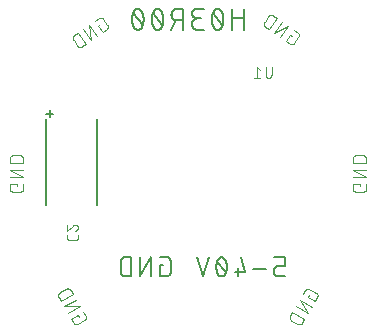
<source format=gbr>
G04 EAGLE Gerber RS-274X export*
G75*
%MOMM*%
%FSLAX34Y34*%
%LPD*%
%INSilkscreen Bottom*%
%IPPOS*%
%AMOC8*
5,1,8,0,0,1.08239X$1,22.5*%
G01*
%ADD10C,0.101600*%
%ADD11C,0.152400*%
%ADD12C,0.200000*%
%ADD13C,0.076200*%


D10*
X434446Y462373D02*
X432851Y463490D01*
X429128Y458173D01*
X432318Y455939D01*
X432401Y455884D01*
X432485Y455832D01*
X432572Y455783D01*
X432660Y455737D01*
X432750Y455695D01*
X432842Y455656D01*
X432935Y455621D01*
X433029Y455589D01*
X433124Y455561D01*
X433221Y455537D01*
X433318Y455516D01*
X433416Y455500D01*
X433515Y455486D01*
X433614Y455477D01*
X433713Y455472D01*
X433813Y455470D01*
X433912Y455472D01*
X434011Y455478D01*
X434110Y455488D01*
X434209Y455501D01*
X434307Y455519D01*
X434404Y455540D01*
X434500Y455564D01*
X434596Y455593D01*
X434690Y455625D01*
X434783Y455660D01*
X434874Y455699D01*
X434964Y455742D01*
X435052Y455788D01*
X435138Y455837D01*
X435223Y455890D01*
X435305Y455946D01*
X435385Y456005D01*
X435463Y456067D01*
X435538Y456132D01*
X435611Y456199D01*
X435681Y456270D01*
X435749Y456343D01*
X435813Y456419D01*
X435875Y456497D01*
X435934Y456577D01*
X439657Y461894D01*
X439712Y461977D01*
X439764Y462061D01*
X439813Y462148D01*
X439859Y462236D01*
X439901Y462326D01*
X439940Y462418D01*
X439975Y462511D01*
X440007Y462605D01*
X440035Y462700D01*
X440059Y462797D01*
X440080Y462894D01*
X440096Y462992D01*
X440110Y463091D01*
X440119Y463190D01*
X440124Y463289D01*
X440126Y463389D01*
X440124Y463488D01*
X440118Y463587D01*
X440108Y463686D01*
X440095Y463785D01*
X440077Y463883D01*
X440056Y463980D01*
X440032Y464076D01*
X440003Y464172D01*
X439971Y464266D01*
X439936Y464359D01*
X439897Y464450D01*
X439854Y464540D01*
X439808Y464628D01*
X439759Y464714D01*
X439706Y464799D01*
X439650Y464881D01*
X439591Y464961D01*
X439529Y465039D01*
X439464Y465114D01*
X439397Y465187D01*
X439326Y465257D01*
X439253Y465325D01*
X439177Y465389D01*
X439099Y465451D01*
X439019Y465510D01*
X439020Y465510D02*
X435829Y467744D01*
X431160Y471014D02*
X424458Y461443D01*
X419141Y465166D02*
X431160Y471014D01*
X425842Y474737D02*
X419141Y465166D01*
X414471Y468436D02*
X421172Y478007D01*
X418514Y479868D01*
X418514Y479869D02*
X418420Y479932D01*
X418324Y479992D01*
X418226Y480049D01*
X418126Y480102D01*
X418024Y480152D01*
X417920Y480198D01*
X417815Y480240D01*
X417709Y480279D01*
X417601Y480314D01*
X417492Y480345D01*
X417382Y480373D01*
X417271Y480396D01*
X417160Y480416D01*
X417048Y480432D01*
X416935Y480444D01*
X416822Y480452D01*
X416709Y480456D01*
X416595Y480456D01*
X416482Y480452D01*
X416369Y480444D01*
X416256Y480432D01*
X416144Y480416D01*
X416033Y480396D01*
X415922Y480373D01*
X415812Y480345D01*
X415703Y480314D01*
X415595Y480279D01*
X415489Y480240D01*
X415384Y480198D01*
X415280Y480152D01*
X415178Y480102D01*
X415078Y480049D01*
X414980Y479992D01*
X414884Y479932D01*
X414790Y479869D01*
X414699Y479802D01*
X414609Y479733D01*
X414522Y479660D01*
X414438Y479584D01*
X414357Y479505D01*
X414278Y479424D01*
X414202Y479340D01*
X414129Y479253D01*
X414060Y479164D01*
X413993Y479072D01*
X413994Y479071D02*
X411015Y474818D01*
X410952Y474724D01*
X410892Y474628D01*
X410835Y474530D01*
X410782Y474430D01*
X410732Y474328D01*
X410686Y474224D01*
X410644Y474119D01*
X410605Y474013D01*
X410570Y473905D01*
X410539Y473796D01*
X410511Y473686D01*
X410488Y473575D01*
X410468Y473464D01*
X410452Y473352D01*
X410440Y473239D01*
X410432Y473126D01*
X410428Y473013D01*
X410428Y472899D01*
X410432Y472786D01*
X410440Y472673D01*
X410452Y472560D01*
X410468Y472448D01*
X410488Y472337D01*
X410511Y472226D01*
X410539Y472116D01*
X410570Y472007D01*
X410605Y471899D01*
X410644Y471793D01*
X410686Y471688D01*
X410732Y471584D01*
X410782Y471482D01*
X410835Y471382D01*
X410892Y471284D01*
X410952Y471188D01*
X411015Y471094D01*
X411082Y471002D01*
X411151Y470913D01*
X411224Y470826D01*
X411300Y470742D01*
X411379Y470661D01*
X411460Y470582D01*
X411544Y470506D01*
X411631Y470433D01*
X411721Y470364D01*
X411812Y470297D01*
X414471Y468436D01*
X492049Y337254D02*
X492049Y335306D01*
X492049Y337254D02*
X485558Y337254D01*
X485558Y333359D01*
X485560Y333260D01*
X485566Y333160D01*
X485575Y333061D01*
X485588Y332963D01*
X485605Y332865D01*
X485626Y332767D01*
X485651Y332671D01*
X485679Y332576D01*
X485711Y332482D01*
X485746Y332389D01*
X485785Y332297D01*
X485828Y332207D01*
X485873Y332119D01*
X485923Y332032D01*
X485975Y331948D01*
X486031Y331865D01*
X486089Y331785D01*
X486151Y331707D01*
X486216Y331632D01*
X486284Y331559D01*
X486354Y331489D01*
X486427Y331421D01*
X486502Y331356D01*
X486580Y331294D01*
X486660Y331236D01*
X486743Y331180D01*
X486827Y331128D01*
X486914Y331078D01*
X487002Y331033D01*
X487092Y330990D01*
X487184Y330951D01*
X487277Y330916D01*
X487371Y330884D01*
X487466Y330856D01*
X487562Y330831D01*
X487660Y330810D01*
X487758Y330793D01*
X487856Y330780D01*
X487955Y330771D01*
X488055Y330765D01*
X488154Y330763D01*
X494646Y330763D01*
X494745Y330765D01*
X494845Y330771D01*
X494944Y330780D01*
X495042Y330793D01*
X495140Y330810D01*
X495238Y330831D01*
X495334Y330856D01*
X495429Y330884D01*
X495523Y330916D01*
X495616Y330951D01*
X495708Y330990D01*
X495798Y331033D01*
X495886Y331078D01*
X495973Y331128D01*
X496057Y331180D01*
X496140Y331236D01*
X496220Y331294D01*
X496298Y331356D01*
X496373Y331421D01*
X496446Y331489D01*
X496516Y331559D01*
X496584Y331632D01*
X496649Y331707D01*
X496711Y331785D01*
X496769Y331865D01*
X496825Y331948D01*
X496877Y332032D01*
X496927Y332119D01*
X496972Y332207D01*
X497015Y332297D01*
X497054Y332389D01*
X497089Y332481D01*
X497121Y332576D01*
X497149Y332671D01*
X497174Y332767D01*
X497195Y332865D01*
X497212Y332963D01*
X497225Y333061D01*
X497234Y333160D01*
X497240Y333260D01*
X497242Y333359D01*
X497242Y337254D01*
X497242Y342954D02*
X485558Y342954D01*
X485558Y349446D02*
X497242Y342954D01*
X497242Y349446D02*
X485558Y349446D01*
X485558Y355146D02*
X497242Y355146D01*
X497242Y358392D01*
X497240Y358505D01*
X497234Y358618D01*
X497224Y358731D01*
X497210Y358844D01*
X497193Y358956D01*
X497171Y359067D01*
X497146Y359177D01*
X497116Y359287D01*
X497083Y359395D01*
X497046Y359502D01*
X497006Y359608D01*
X496961Y359712D01*
X496913Y359815D01*
X496862Y359916D01*
X496807Y360015D01*
X496749Y360112D01*
X496687Y360207D01*
X496622Y360300D01*
X496554Y360390D01*
X496483Y360478D01*
X496408Y360564D01*
X496331Y360647D01*
X496251Y360727D01*
X496168Y360804D01*
X496082Y360879D01*
X495994Y360950D01*
X495904Y361018D01*
X495811Y361083D01*
X495716Y361145D01*
X495619Y361203D01*
X495520Y361258D01*
X495419Y361309D01*
X495316Y361357D01*
X495212Y361402D01*
X495106Y361442D01*
X494999Y361479D01*
X494891Y361512D01*
X494781Y361542D01*
X494671Y361567D01*
X494560Y361589D01*
X494448Y361606D01*
X494335Y361620D01*
X494222Y361630D01*
X494109Y361636D01*
X493996Y361638D01*
X488804Y361638D01*
X488691Y361636D01*
X488578Y361630D01*
X488465Y361620D01*
X488352Y361606D01*
X488240Y361589D01*
X488129Y361567D01*
X488019Y361542D01*
X487909Y361512D01*
X487801Y361479D01*
X487694Y361442D01*
X487588Y361402D01*
X487484Y361357D01*
X487381Y361309D01*
X487280Y361258D01*
X487181Y361203D01*
X487084Y361145D01*
X486989Y361083D01*
X486896Y361018D01*
X486806Y360950D01*
X486718Y360879D01*
X486632Y360804D01*
X486549Y360727D01*
X486469Y360647D01*
X486392Y360564D01*
X486317Y360478D01*
X486246Y360390D01*
X486178Y360300D01*
X486113Y360207D01*
X486051Y360112D01*
X485993Y360015D01*
X485938Y359916D01*
X485887Y359815D01*
X485839Y359712D01*
X485794Y359608D01*
X485754Y359502D01*
X485717Y359395D01*
X485684Y359287D01*
X485654Y359177D01*
X485629Y359067D01*
X485607Y358956D01*
X485590Y358844D01*
X485576Y358731D01*
X485566Y358618D01*
X485560Y358505D01*
X485558Y358392D01*
X485558Y355146D01*
X449059Y243200D02*
X448086Y241514D01*
X453707Y238268D01*
X455655Y241641D01*
X455654Y241641D02*
X455702Y241728D01*
X455747Y241817D01*
X455788Y241907D01*
X455826Y241999D01*
X455860Y242093D01*
X455891Y242187D01*
X455918Y242283D01*
X455941Y242380D01*
X455961Y242477D01*
X455976Y242576D01*
X455988Y242674D01*
X455997Y242773D01*
X456001Y242873D01*
X456002Y242972D01*
X455999Y243072D01*
X455992Y243171D01*
X455981Y243270D01*
X455966Y243368D01*
X455948Y243466D01*
X455926Y243563D01*
X455900Y243659D01*
X455871Y243754D01*
X455838Y243848D01*
X455801Y243940D01*
X455761Y244031D01*
X455718Y244120D01*
X455671Y244208D01*
X455620Y244294D01*
X455567Y244378D01*
X455510Y244459D01*
X455450Y244539D01*
X455388Y244616D01*
X455322Y244691D01*
X455253Y244763D01*
X455182Y244832D01*
X455108Y244899D01*
X455032Y244963D01*
X454953Y245023D01*
X454872Y245081D01*
X454789Y245136D01*
X454704Y245187D01*
X454704Y245188D02*
X449083Y248433D01*
X449082Y248433D02*
X448995Y248481D01*
X448906Y248526D01*
X448816Y248567D01*
X448724Y248605D01*
X448630Y248639D01*
X448536Y248670D01*
X448440Y248697D01*
X448343Y248720D01*
X448246Y248740D01*
X448147Y248755D01*
X448049Y248767D01*
X447950Y248776D01*
X447850Y248780D01*
X447751Y248781D01*
X447651Y248778D01*
X447552Y248771D01*
X447453Y248760D01*
X447355Y248745D01*
X447257Y248727D01*
X447160Y248705D01*
X447064Y248679D01*
X446969Y248650D01*
X446875Y248617D01*
X446783Y248580D01*
X446692Y248540D01*
X446603Y248497D01*
X446515Y248450D01*
X446429Y248399D01*
X446345Y248346D01*
X446264Y248289D01*
X446184Y248229D01*
X446107Y248167D01*
X446032Y248101D01*
X445960Y248032D01*
X445891Y247961D01*
X445824Y247887D01*
X445760Y247811D01*
X445700Y247732D01*
X445642Y247651D01*
X445587Y247568D01*
X445536Y247483D01*
X443589Y244110D01*
X440738Y239173D02*
X450857Y233331D01*
X447611Y227709D02*
X440738Y239173D01*
X437493Y233551D02*
X447611Y227709D01*
X444761Y222772D02*
X434642Y228614D01*
X433019Y225804D01*
X432964Y225705D01*
X432913Y225604D01*
X432865Y225501D01*
X432820Y225397D01*
X432780Y225291D01*
X432743Y225184D01*
X432710Y225076D01*
X432680Y224966D01*
X432655Y224856D01*
X432633Y224745D01*
X432616Y224633D01*
X432602Y224520D01*
X432592Y224407D01*
X432586Y224294D01*
X432584Y224181D01*
X432586Y224068D01*
X432592Y223955D01*
X432602Y223842D01*
X432616Y223729D01*
X432633Y223617D01*
X432655Y223506D01*
X432680Y223396D01*
X432710Y223286D01*
X432743Y223178D01*
X432780Y223071D01*
X432820Y222965D01*
X432865Y222861D01*
X432913Y222758D01*
X432964Y222657D01*
X433019Y222558D01*
X433077Y222461D01*
X433139Y222366D01*
X433204Y222273D01*
X433272Y222183D01*
X433343Y222095D01*
X433418Y222009D01*
X433495Y221926D01*
X433575Y221846D01*
X433658Y221769D01*
X433744Y221694D01*
X433832Y221623D01*
X433922Y221555D01*
X434015Y221490D01*
X434110Y221428D01*
X434207Y221370D01*
X438705Y218774D01*
X438704Y218773D02*
X438803Y218718D01*
X438904Y218667D01*
X439007Y218619D01*
X439111Y218574D01*
X439217Y218534D01*
X439324Y218497D01*
X439432Y218464D01*
X439542Y218434D01*
X439652Y218409D01*
X439763Y218387D01*
X439875Y218370D01*
X439988Y218356D01*
X440101Y218346D01*
X440214Y218340D01*
X440327Y218338D01*
X440440Y218340D01*
X440553Y218346D01*
X440666Y218356D01*
X440779Y218370D01*
X440891Y218387D01*
X441002Y218409D01*
X441112Y218434D01*
X441222Y218464D01*
X441330Y218497D01*
X441437Y218534D01*
X441543Y218574D01*
X441647Y218619D01*
X441750Y218667D01*
X441851Y218718D01*
X441950Y218773D01*
X442047Y218831D01*
X442142Y218893D01*
X442235Y218958D01*
X442325Y219026D01*
X442414Y219097D01*
X442499Y219172D01*
X442582Y219249D01*
X442662Y219329D01*
X442739Y219412D01*
X442814Y219498D01*
X442885Y219586D01*
X442953Y219676D01*
X443018Y219769D01*
X443080Y219864D01*
X443138Y219961D01*
X443138Y219962D02*
X444761Y222772D01*
X254031Y224598D02*
X253058Y226285D01*
X247436Y223039D01*
X249383Y219666D01*
X249384Y219666D02*
X249435Y219581D01*
X249490Y219498D01*
X249547Y219417D01*
X249608Y219338D01*
X249672Y219262D01*
X249739Y219188D01*
X249808Y219117D01*
X249880Y219048D01*
X249955Y218982D01*
X250032Y218920D01*
X250111Y218860D01*
X250193Y218803D01*
X250277Y218750D01*
X250363Y218699D01*
X250450Y218652D01*
X250540Y218609D01*
X250631Y218569D01*
X250723Y218532D01*
X250817Y218499D01*
X250912Y218470D01*
X251008Y218444D01*
X251105Y218422D01*
X251203Y218404D01*
X251301Y218389D01*
X251400Y218378D01*
X251499Y218371D01*
X251599Y218368D01*
X251698Y218369D01*
X251798Y218373D01*
X251897Y218382D01*
X251996Y218394D01*
X252094Y218409D01*
X252191Y218429D01*
X252288Y218452D01*
X252384Y218479D01*
X252478Y218510D01*
X252572Y218544D01*
X252664Y218582D01*
X252754Y218623D01*
X252843Y218668D01*
X252930Y218716D01*
X258552Y221961D01*
X258552Y221962D02*
X258637Y222013D01*
X258720Y222068D01*
X258801Y222125D01*
X258880Y222186D01*
X258956Y222250D01*
X259030Y222317D01*
X259101Y222386D01*
X259170Y222458D01*
X259236Y222533D01*
X259298Y222610D01*
X259358Y222689D01*
X259415Y222771D01*
X259468Y222855D01*
X259519Y222941D01*
X259566Y223028D01*
X259609Y223118D01*
X259649Y223209D01*
X259686Y223301D01*
X259719Y223395D01*
X259748Y223490D01*
X259774Y223586D01*
X259796Y223683D01*
X259814Y223781D01*
X259829Y223879D01*
X259840Y223978D01*
X259847Y224077D01*
X259850Y224177D01*
X259849Y224276D01*
X259845Y224376D01*
X259836Y224475D01*
X259824Y224573D01*
X259809Y224672D01*
X259789Y224769D01*
X259766Y224866D01*
X259739Y224962D01*
X259708Y225056D01*
X259674Y225150D01*
X259636Y225242D01*
X259595Y225332D01*
X259550Y225421D01*
X259502Y225508D01*
X257555Y228881D01*
X254704Y233818D02*
X244586Y227976D01*
X241340Y233598D02*
X254704Y233818D01*
X251459Y239440D02*
X241340Y233598D01*
X238490Y238535D02*
X248608Y244377D01*
X246986Y247187D01*
X246986Y247188D02*
X246928Y247285D01*
X246866Y247380D01*
X246801Y247473D01*
X246733Y247563D01*
X246662Y247651D01*
X246587Y247737D01*
X246510Y247820D01*
X246430Y247900D01*
X246347Y247977D01*
X246261Y248052D01*
X246173Y248123D01*
X246083Y248191D01*
X245990Y248256D01*
X245895Y248318D01*
X245798Y248376D01*
X245699Y248431D01*
X245598Y248482D01*
X245495Y248530D01*
X245391Y248575D01*
X245285Y248615D01*
X245178Y248652D01*
X245070Y248685D01*
X244960Y248715D01*
X244850Y248740D01*
X244739Y248762D01*
X244627Y248779D01*
X244514Y248793D01*
X244401Y248803D01*
X244288Y248809D01*
X244175Y248811D01*
X244062Y248809D01*
X243949Y248803D01*
X243836Y248793D01*
X243723Y248779D01*
X243611Y248762D01*
X243500Y248740D01*
X243390Y248715D01*
X243280Y248685D01*
X243172Y248652D01*
X243065Y248615D01*
X242959Y248575D01*
X242855Y248530D01*
X242752Y248482D01*
X242651Y248431D01*
X242552Y248376D01*
X242552Y248375D02*
X238055Y245779D01*
X237958Y245721D01*
X237863Y245659D01*
X237770Y245594D01*
X237680Y245526D01*
X237592Y245455D01*
X237506Y245380D01*
X237423Y245303D01*
X237343Y245223D01*
X237266Y245140D01*
X237191Y245054D01*
X237120Y244966D01*
X237052Y244876D01*
X236987Y244783D01*
X236925Y244688D01*
X236867Y244591D01*
X236812Y244492D01*
X236761Y244391D01*
X236713Y244288D01*
X236668Y244184D01*
X236628Y244078D01*
X236591Y243971D01*
X236558Y243863D01*
X236528Y243753D01*
X236503Y243643D01*
X236481Y243532D01*
X236464Y243420D01*
X236450Y243307D01*
X236440Y243194D01*
X236434Y243081D01*
X236432Y242968D01*
X236434Y242855D01*
X236440Y242742D01*
X236450Y242629D01*
X236464Y242516D01*
X236481Y242404D01*
X236503Y242293D01*
X236528Y242183D01*
X236558Y242073D01*
X236591Y241965D01*
X236628Y241858D01*
X236668Y241752D01*
X236713Y241648D01*
X236761Y241545D01*
X236812Y241444D01*
X236867Y241345D01*
X238490Y238535D01*
X201649Y335306D02*
X201649Y337254D01*
X195158Y337254D01*
X195158Y333359D01*
X195160Y333260D01*
X195166Y333160D01*
X195175Y333061D01*
X195188Y332963D01*
X195205Y332865D01*
X195226Y332767D01*
X195251Y332671D01*
X195279Y332576D01*
X195311Y332482D01*
X195346Y332389D01*
X195385Y332297D01*
X195428Y332207D01*
X195473Y332119D01*
X195523Y332032D01*
X195575Y331948D01*
X195631Y331865D01*
X195689Y331785D01*
X195751Y331707D01*
X195816Y331632D01*
X195884Y331559D01*
X195954Y331489D01*
X196027Y331421D01*
X196102Y331356D01*
X196180Y331294D01*
X196260Y331236D01*
X196343Y331180D01*
X196427Y331128D01*
X196514Y331078D01*
X196602Y331033D01*
X196692Y330990D01*
X196784Y330951D01*
X196877Y330916D01*
X196971Y330884D01*
X197066Y330856D01*
X197162Y330831D01*
X197260Y330810D01*
X197358Y330793D01*
X197456Y330780D01*
X197555Y330771D01*
X197655Y330765D01*
X197754Y330763D01*
X204246Y330763D01*
X204345Y330765D01*
X204445Y330771D01*
X204544Y330780D01*
X204642Y330793D01*
X204740Y330810D01*
X204838Y330831D01*
X204934Y330856D01*
X205029Y330884D01*
X205123Y330916D01*
X205216Y330951D01*
X205308Y330990D01*
X205398Y331033D01*
X205486Y331078D01*
X205573Y331128D01*
X205657Y331180D01*
X205740Y331236D01*
X205820Y331294D01*
X205898Y331356D01*
X205973Y331421D01*
X206046Y331489D01*
X206116Y331559D01*
X206184Y331632D01*
X206249Y331707D01*
X206311Y331785D01*
X206369Y331865D01*
X206425Y331948D01*
X206477Y332032D01*
X206527Y332119D01*
X206572Y332207D01*
X206615Y332297D01*
X206654Y332389D01*
X206689Y332481D01*
X206721Y332576D01*
X206749Y332671D01*
X206774Y332767D01*
X206795Y332865D01*
X206812Y332963D01*
X206825Y333061D01*
X206834Y333160D01*
X206840Y333260D01*
X206842Y333359D01*
X206842Y337254D01*
X206842Y342954D02*
X195158Y342954D01*
X195158Y349446D02*
X206842Y342954D01*
X206842Y349446D02*
X195158Y349446D01*
X195158Y355146D02*
X206842Y355146D01*
X206842Y358392D01*
X206840Y358505D01*
X206834Y358618D01*
X206824Y358731D01*
X206810Y358844D01*
X206793Y358956D01*
X206771Y359067D01*
X206746Y359177D01*
X206716Y359287D01*
X206683Y359395D01*
X206646Y359502D01*
X206606Y359608D01*
X206561Y359712D01*
X206513Y359815D01*
X206462Y359916D01*
X206407Y360015D01*
X206349Y360112D01*
X206287Y360207D01*
X206222Y360300D01*
X206154Y360390D01*
X206083Y360478D01*
X206008Y360564D01*
X205931Y360647D01*
X205851Y360727D01*
X205768Y360804D01*
X205682Y360879D01*
X205594Y360950D01*
X205504Y361018D01*
X205411Y361083D01*
X205316Y361145D01*
X205219Y361203D01*
X205120Y361258D01*
X205019Y361309D01*
X204916Y361357D01*
X204812Y361402D01*
X204706Y361442D01*
X204599Y361479D01*
X204491Y361512D01*
X204381Y361542D01*
X204271Y361567D01*
X204160Y361589D01*
X204048Y361606D01*
X203935Y361620D01*
X203822Y361630D01*
X203709Y361636D01*
X203596Y361638D01*
X198404Y361638D01*
X198291Y361636D01*
X198178Y361630D01*
X198065Y361620D01*
X197952Y361606D01*
X197840Y361589D01*
X197729Y361567D01*
X197619Y361542D01*
X197509Y361512D01*
X197401Y361479D01*
X197294Y361442D01*
X197188Y361402D01*
X197084Y361357D01*
X196981Y361309D01*
X196880Y361258D01*
X196781Y361203D01*
X196684Y361145D01*
X196589Y361083D01*
X196496Y361018D01*
X196406Y360950D01*
X196318Y360879D01*
X196232Y360804D01*
X196149Y360727D01*
X196069Y360647D01*
X195992Y360564D01*
X195917Y360478D01*
X195846Y360390D01*
X195778Y360300D01*
X195713Y360207D01*
X195651Y360112D01*
X195593Y360015D01*
X195538Y359916D01*
X195487Y359815D01*
X195439Y359712D01*
X195394Y359608D01*
X195354Y359502D01*
X195317Y359395D01*
X195284Y359287D01*
X195254Y359177D01*
X195229Y359067D01*
X195207Y358956D01*
X195190Y358844D01*
X195176Y358731D01*
X195166Y358618D01*
X195160Y358505D01*
X195158Y358392D01*
X195158Y355146D01*
X270396Y471213D02*
X271991Y472330D01*
X270396Y471213D02*
X274119Y465896D01*
X277310Y468130D01*
X277309Y468130D02*
X277389Y468189D01*
X277467Y468251D01*
X277543Y468315D01*
X277616Y468383D01*
X277687Y468453D01*
X277754Y468526D01*
X277819Y468601D01*
X277881Y468679D01*
X277940Y468759D01*
X277996Y468841D01*
X278049Y468926D01*
X278098Y469012D01*
X278144Y469100D01*
X278187Y469190D01*
X278226Y469281D01*
X278261Y469374D01*
X278293Y469468D01*
X278322Y469564D01*
X278346Y469660D01*
X278367Y469757D01*
X278385Y469855D01*
X278398Y469954D01*
X278408Y470053D01*
X278414Y470152D01*
X278416Y470251D01*
X278414Y470351D01*
X278409Y470450D01*
X278399Y470549D01*
X278386Y470648D01*
X278370Y470746D01*
X278349Y470843D01*
X278325Y470940D01*
X278297Y471035D01*
X278265Y471129D01*
X278230Y471222D01*
X278191Y471314D01*
X278149Y471404D01*
X278103Y471492D01*
X278054Y471579D01*
X278002Y471663D01*
X277947Y471746D01*
X274224Y477063D01*
X274165Y477143D01*
X274103Y477221D01*
X274039Y477297D01*
X273971Y477370D01*
X273901Y477441D01*
X273828Y477508D01*
X273753Y477573D01*
X273675Y477635D01*
X273595Y477694D01*
X273513Y477750D01*
X273428Y477803D01*
X273342Y477852D01*
X273254Y477898D01*
X273164Y477941D01*
X273073Y477980D01*
X272980Y478015D01*
X272886Y478047D01*
X272790Y478076D01*
X272694Y478100D01*
X272597Y478121D01*
X272499Y478139D01*
X272400Y478152D01*
X272301Y478162D01*
X272202Y478168D01*
X272103Y478170D01*
X272003Y478168D01*
X271904Y478163D01*
X271805Y478154D01*
X271706Y478140D01*
X271608Y478124D01*
X271511Y478103D01*
X271414Y478079D01*
X271319Y478051D01*
X271225Y478019D01*
X271132Y477984D01*
X271040Y477945D01*
X270950Y477903D01*
X270862Y477857D01*
X270775Y477808D01*
X270691Y477756D01*
X270608Y477701D01*
X267418Y475467D01*
X262748Y472197D02*
X269449Y462626D01*
X264132Y458903D02*
X262748Y472197D01*
X257431Y468474D02*
X264132Y458903D01*
X259462Y455633D02*
X252761Y465204D01*
X250102Y463342D01*
X250102Y463343D02*
X250011Y463276D01*
X249921Y463207D01*
X249834Y463134D01*
X249750Y463058D01*
X249669Y462979D01*
X249590Y462898D01*
X249514Y462814D01*
X249441Y462727D01*
X249372Y462638D01*
X249305Y462546D01*
X249242Y462452D01*
X249182Y462356D01*
X249125Y462258D01*
X249072Y462158D01*
X249022Y462056D01*
X248976Y461952D01*
X248934Y461847D01*
X248895Y461741D01*
X248860Y461633D01*
X248829Y461524D01*
X248801Y461414D01*
X248778Y461303D01*
X248758Y461192D01*
X248742Y461080D01*
X248730Y460967D01*
X248722Y460854D01*
X248718Y460741D01*
X248718Y460627D01*
X248722Y460514D01*
X248730Y460401D01*
X248742Y460288D01*
X248758Y460176D01*
X248778Y460065D01*
X248801Y459954D01*
X248829Y459844D01*
X248860Y459735D01*
X248895Y459627D01*
X248934Y459521D01*
X248976Y459416D01*
X249022Y459312D01*
X249072Y459210D01*
X249125Y459110D01*
X249182Y459012D01*
X249242Y458916D01*
X249305Y458822D01*
X252284Y454568D01*
X252283Y454568D02*
X252350Y454477D01*
X252419Y454387D01*
X252492Y454300D01*
X252568Y454216D01*
X252647Y454135D01*
X252728Y454056D01*
X252812Y453980D01*
X252899Y453907D01*
X252989Y453838D01*
X253080Y453771D01*
X253174Y453708D01*
X253270Y453648D01*
X253368Y453591D01*
X253468Y453538D01*
X253570Y453488D01*
X253674Y453442D01*
X253779Y453400D01*
X253885Y453361D01*
X253993Y453326D01*
X254102Y453295D01*
X254212Y453267D01*
X254323Y453244D01*
X254434Y453224D01*
X254546Y453208D01*
X254659Y453196D01*
X254772Y453188D01*
X254885Y453184D01*
X254999Y453184D01*
X255112Y453188D01*
X255225Y453196D01*
X255338Y453208D01*
X255450Y453224D01*
X255561Y453244D01*
X255672Y453267D01*
X255782Y453295D01*
X255891Y453326D01*
X255999Y453361D01*
X256105Y453400D01*
X256210Y453442D01*
X256314Y453488D01*
X256416Y453538D01*
X256516Y453591D01*
X256614Y453648D01*
X256710Y453708D01*
X256804Y453771D01*
X259462Y455633D01*
D11*
X393575Y467883D02*
X393575Y485663D01*
X393575Y477761D02*
X383698Y477761D01*
X383698Y485663D02*
X383698Y467883D01*
X376267Y476773D02*
X376263Y477123D01*
X376250Y477472D01*
X376229Y477821D01*
X376200Y478170D01*
X376163Y478518D01*
X376117Y478865D01*
X376063Y479210D01*
X376001Y479554D01*
X375930Y479897D01*
X375851Y480238D01*
X375765Y480577D01*
X375670Y480913D01*
X375567Y481248D01*
X375456Y481579D01*
X375338Y481909D01*
X375211Y482235D01*
X375077Y482558D01*
X374935Y482877D01*
X374785Y483194D01*
X374745Y483307D01*
X374701Y483417D01*
X374653Y483527D01*
X374602Y483634D01*
X374547Y483740D01*
X374489Y483845D01*
X374427Y483947D01*
X374362Y484047D01*
X374294Y484145D01*
X374223Y484241D01*
X374148Y484334D01*
X374071Y484425D01*
X373991Y484513D01*
X373908Y484598D01*
X373822Y484681D01*
X373733Y484761D01*
X373642Y484838D01*
X373548Y484912D01*
X373452Y484983D01*
X373354Y485051D01*
X373254Y485115D01*
X373151Y485177D01*
X373047Y485234D01*
X372941Y485289D01*
X372833Y485340D01*
X372723Y485387D01*
X372612Y485431D01*
X372500Y485471D01*
X372386Y485507D01*
X372272Y485540D01*
X372156Y485569D01*
X372039Y485594D01*
X371922Y485615D01*
X371804Y485633D01*
X371685Y485646D01*
X371566Y485656D01*
X371447Y485662D01*
X371328Y485664D01*
X371328Y485663D02*
X371209Y485661D01*
X371090Y485655D01*
X370971Y485645D01*
X370852Y485632D01*
X370734Y485614D01*
X370617Y485593D01*
X370500Y485568D01*
X370384Y485539D01*
X370270Y485506D01*
X370156Y485470D01*
X370044Y485430D01*
X369933Y485386D01*
X369823Y485339D01*
X369715Y485288D01*
X369609Y485233D01*
X369505Y485176D01*
X369402Y485114D01*
X369302Y485050D01*
X369204Y484982D01*
X369108Y484911D01*
X369014Y484837D01*
X368923Y484760D01*
X368834Y484680D01*
X368749Y484597D01*
X368665Y484512D01*
X368585Y484424D01*
X368508Y484333D01*
X368433Y484240D01*
X368362Y484144D01*
X368294Y484046D01*
X368229Y483946D01*
X368167Y483844D01*
X368109Y483739D01*
X368054Y483634D01*
X368003Y483526D01*
X367955Y483416D01*
X367911Y483306D01*
X367871Y483193D01*
X367871Y483194D02*
X367721Y482877D01*
X367579Y482558D01*
X367445Y482235D01*
X367318Y481909D01*
X367200Y481579D01*
X367089Y481248D01*
X366986Y480913D01*
X366891Y480577D01*
X366805Y480238D01*
X366726Y479897D01*
X366655Y479554D01*
X366593Y479210D01*
X366539Y478865D01*
X366493Y478518D01*
X366456Y478170D01*
X366427Y477821D01*
X366406Y477472D01*
X366393Y477123D01*
X366389Y476773D01*
X376266Y476773D02*
X376262Y476423D01*
X376249Y476074D01*
X376228Y475725D01*
X376199Y475376D01*
X376162Y475028D01*
X376116Y474681D01*
X376062Y474336D01*
X376000Y473992D01*
X375929Y473649D01*
X375850Y473308D01*
X375764Y472969D01*
X375669Y472633D01*
X375566Y472298D01*
X375455Y471967D01*
X375337Y471638D01*
X375210Y471311D01*
X375076Y470988D01*
X374934Y470669D01*
X374784Y470353D01*
X374785Y470353D02*
X374745Y470240D01*
X374701Y470130D01*
X374653Y470020D01*
X374602Y469913D01*
X374547Y469807D01*
X374489Y469702D01*
X374427Y469600D01*
X374362Y469500D01*
X374294Y469402D01*
X374223Y469306D01*
X374148Y469213D01*
X374071Y469122D01*
X373991Y469034D01*
X373908Y468949D01*
X373822Y468866D01*
X373733Y468786D01*
X373642Y468709D01*
X373548Y468635D01*
X373452Y468564D01*
X373354Y468496D01*
X373254Y468432D01*
X373151Y468370D01*
X373047Y468313D01*
X372941Y468258D01*
X372833Y468207D01*
X372723Y468160D01*
X372612Y468116D01*
X372500Y468076D01*
X372386Y468040D01*
X372272Y468007D01*
X372156Y467978D01*
X372039Y467953D01*
X371922Y467932D01*
X371804Y467914D01*
X371685Y467901D01*
X371566Y467891D01*
X371447Y467885D01*
X371328Y467883D01*
X367871Y470353D02*
X367721Y470669D01*
X367579Y470988D01*
X367445Y471311D01*
X367318Y471638D01*
X367200Y471967D01*
X367089Y472298D01*
X366986Y472633D01*
X366891Y472969D01*
X366805Y473308D01*
X366726Y473649D01*
X366655Y473992D01*
X366593Y474336D01*
X366539Y474681D01*
X366493Y475028D01*
X366456Y475376D01*
X366427Y475725D01*
X366406Y476074D01*
X366393Y476423D01*
X366389Y476773D01*
X367871Y470353D02*
X367911Y470240D01*
X367955Y470130D01*
X368003Y470020D01*
X368054Y469912D01*
X368109Y469806D01*
X368167Y469702D01*
X368229Y469600D01*
X368294Y469500D01*
X368362Y469402D01*
X368433Y469306D01*
X368508Y469213D01*
X368585Y469122D01*
X368665Y469034D01*
X368749Y468949D01*
X368834Y468866D01*
X368923Y468786D01*
X369014Y468709D01*
X369108Y468635D01*
X369204Y468564D01*
X369302Y468496D01*
X369402Y468432D01*
X369505Y468370D01*
X369609Y468312D01*
X369715Y468258D01*
X369823Y468207D01*
X369933Y468160D01*
X370044Y468116D01*
X370156Y468076D01*
X370270Y468040D01*
X370384Y468007D01*
X370500Y467978D01*
X370617Y467953D01*
X370734Y467932D01*
X370852Y467914D01*
X370971Y467901D01*
X371090Y467891D01*
X371209Y467885D01*
X371328Y467883D01*
X375279Y471834D02*
X367377Y481712D01*
X359516Y467883D02*
X354577Y467883D01*
X354437Y467885D01*
X354298Y467891D01*
X354158Y467901D01*
X354019Y467915D01*
X353880Y467932D01*
X353742Y467954D01*
X353605Y467980D01*
X353468Y468009D01*
X353332Y468042D01*
X353198Y468079D01*
X353064Y468120D01*
X352932Y468165D01*
X352800Y468214D01*
X352671Y468266D01*
X352543Y468321D01*
X352416Y468381D01*
X352291Y468444D01*
X352168Y468510D01*
X352047Y468580D01*
X351928Y468653D01*
X351811Y468730D01*
X351697Y468810D01*
X351584Y468893D01*
X351474Y468979D01*
X351367Y469069D01*
X351262Y469161D01*
X351160Y469256D01*
X351060Y469354D01*
X350963Y469455D01*
X350869Y469559D01*
X350779Y469665D01*
X350691Y469774D01*
X350606Y469885D01*
X350525Y469999D01*
X350446Y470114D01*
X350371Y470232D01*
X350300Y470353D01*
X350232Y470475D01*
X350167Y470598D01*
X350106Y470724D01*
X350048Y470852D01*
X349994Y470980D01*
X349944Y471111D01*
X349897Y471243D01*
X349854Y471376D01*
X349815Y471510D01*
X349780Y471645D01*
X349749Y471781D01*
X349721Y471919D01*
X349698Y472056D01*
X349678Y472195D01*
X349662Y472334D01*
X349650Y472473D01*
X349642Y472612D01*
X349638Y472752D01*
X349638Y472892D01*
X349642Y473032D01*
X349650Y473171D01*
X349662Y473310D01*
X349678Y473449D01*
X349698Y473588D01*
X349721Y473725D01*
X349749Y473863D01*
X349780Y473999D01*
X349815Y474134D01*
X349854Y474268D01*
X349897Y474401D01*
X349944Y474533D01*
X349994Y474664D01*
X350048Y474792D01*
X350106Y474920D01*
X350167Y475046D01*
X350232Y475169D01*
X350300Y475292D01*
X350371Y475412D01*
X350446Y475530D01*
X350525Y475645D01*
X350606Y475759D01*
X350691Y475870D01*
X350779Y475979D01*
X350869Y476085D01*
X350963Y476189D01*
X351060Y476290D01*
X351160Y476388D01*
X351262Y476483D01*
X351367Y476575D01*
X351474Y476665D01*
X351584Y476751D01*
X351697Y476834D01*
X351811Y476914D01*
X351928Y476991D01*
X352047Y477064D01*
X352168Y477134D01*
X352291Y477200D01*
X352416Y477263D01*
X352543Y477323D01*
X352671Y477378D01*
X352800Y477430D01*
X352932Y477479D01*
X353064Y477524D01*
X353198Y477565D01*
X353332Y477602D01*
X353468Y477635D01*
X353605Y477664D01*
X353742Y477690D01*
X353880Y477712D01*
X354019Y477729D01*
X354158Y477743D01*
X354298Y477753D01*
X354437Y477759D01*
X354577Y477761D01*
X353589Y485663D02*
X359516Y485663D01*
X353589Y485663D02*
X353465Y485661D01*
X353341Y485655D01*
X353217Y485645D01*
X353094Y485632D01*
X352971Y485614D01*
X352849Y485593D01*
X352727Y485568D01*
X352606Y485539D01*
X352487Y485506D01*
X352368Y485470D01*
X352251Y485429D01*
X352135Y485386D01*
X352020Y485338D01*
X351907Y485287D01*
X351795Y485232D01*
X351686Y485174D01*
X351578Y485113D01*
X351472Y485048D01*
X351368Y484980D01*
X351267Y484908D01*
X351167Y484834D01*
X351071Y484756D01*
X350976Y484676D01*
X350884Y484592D01*
X350795Y484506D01*
X350709Y484417D01*
X350625Y484325D01*
X350545Y484230D01*
X350467Y484134D01*
X350393Y484034D01*
X350321Y483933D01*
X350253Y483829D01*
X350188Y483723D01*
X350127Y483615D01*
X350069Y483506D01*
X350014Y483394D01*
X349963Y483281D01*
X349915Y483166D01*
X349872Y483050D01*
X349831Y482933D01*
X349795Y482814D01*
X349762Y482695D01*
X349733Y482574D01*
X349708Y482452D01*
X349687Y482330D01*
X349669Y482207D01*
X349656Y482084D01*
X349646Y481960D01*
X349640Y481836D01*
X349638Y481712D01*
X349640Y481588D01*
X349646Y481464D01*
X349656Y481340D01*
X349669Y481217D01*
X349687Y481094D01*
X349708Y480972D01*
X349733Y480850D01*
X349762Y480729D01*
X349795Y480610D01*
X349831Y480491D01*
X349872Y480374D01*
X349915Y480258D01*
X349963Y480143D01*
X350014Y480030D01*
X350069Y479918D01*
X350127Y479809D01*
X350188Y479701D01*
X350253Y479595D01*
X350321Y479491D01*
X350393Y479390D01*
X350467Y479290D01*
X350545Y479194D01*
X350625Y479099D01*
X350709Y479007D01*
X350795Y478918D01*
X350884Y478832D01*
X350976Y478748D01*
X351071Y478668D01*
X351167Y478590D01*
X351267Y478516D01*
X351368Y478444D01*
X351472Y478376D01*
X351578Y478311D01*
X351686Y478250D01*
X351795Y478192D01*
X351907Y478137D01*
X352020Y478086D01*
X352135Y478038D01*
X352251Y477995D01*
X352368Y477954D01*
X352487Y477918D01*
X352606Y477885D01*
X352727Y477856D01*
X352849Y477831D01*
X352971Y477810D01*
X353094Y477792D01*
X353217Y477779D01*
X353341Y477769D01*
X353465Y477763D01*
X353589Y477761D01*
X357541Y477761D01*
X342122Y485663D02*
X342122Y467883D01*
X342122Y485663D02*
X337183Y485663D01*
X337043Y485661D01*
X336904Y485655D01*
X336764Y485645D01*
X336625Y485631D01*
X336486Y485614D01*
X336348Y485592D01*
X336211Y485566D01*
X336074Y485537D01*
X335938Y485504D01*
X335804Y485467D01*
X335670Y485426D01*
X335538Y485381D01*
X335406Y485332D01*
X335277Y485280D01*
X335149Y485225D01*
X335022Y485165D01*
X334897Y485102D01*
X334774Y485036D01*
X334653Y484966D01*
X334534Y484893D01*
X334417Y484816D01*
X334303Y484736D01*
X334190Y484653D01*
X334080Y484567D01*
X333973Y484477D01*
X333868Y484385D01*
X333766Y484290D01*
X333666Y484192D01*
X333569Y484091D01*
X333475Y483987D01*
X333385Y483881D01*
X333297Y483772D01*
X333212Y483661D01*
X333131Y483547D01*
X333052Y483432D01*
X332977Y483314D01*
X332906Y483194D01*
X332838Y483071D01*
X332773Y482948D01*
X332712Y482822D01*
X332654Y482694D01*
X332600Y482566D01*
X332550Y482435D01*
X332503Y482303D01*
X332460Y482170D01*
X332421Y482036D01*
X332386Y481901D01*
X332355Y481765D01*
X332327Y481627D01*
X332304Y481490D01*
X332284Y481351D01*
X332268Y481212D01*
X332256Y481073D01*
X332248Y480934D01*
X332244Y480794D01*
X332244Y480654D01*
X332248Y480514D01*
X332256Y480375D01*
X332268Y480236D01*
X332284Y480097D01*
X332304Y479958D01*
X332327Y479821D01*
X332355Y479683D01*
X332386Y479547D01*
X332421Y479412D01*
X332460Y479278D01*
X332503Y479145D01*
X332550Y479013D01*
X332600Y478882D01*
X332654Y478754D01*
X332712Y478626D01*
X332773Y478500D01*
X332838Y478377D01*
X332906Y478255D01*
X332977Y478134D01*
X333052Y478016D01*
X333131Y477901D01*
X333212Y477787D01*
X333297Y477676D01*
X333385Y477567D01*
X333475Y477461D01*
X333569Y477357D01*
X333666Y477256D01*
X333766Y477158D01*
X333868Y477063D01*
X333973Y476971D01*
X334080Y476881D01*
X334190Y476795D01*
X334303Y476712D01*
X334417Y476632D01*
X334534Y476555D01*
X334653Y476482D01*
X334774Y476412D01*
X334897Y476346D01*
X335022Y476283D01*
X335149Y476223D01*
X335277Y476168D01*
X335406Y476116D01*
X335538Y476067D01*
X335670Y476022D01*
X335804Y475981D01*
X335938Y475944D01*
X336074Y475911D01*
X336211Y475882D01*
X336348Y475856D01*
X336486Y475834D01*
X336625Y475817D01*
X336764Y475803D01*
X336904Y475793D01*
X337043Y475787D01*
X337183Y475785D01*
X342122Y475785D01*
X336195Y475785D02*
X332244Y467883D01*
X325457Y476773D02*
X325453Y477123D01*
X325440Y477472D01*
X325419Y477821D01*
X325390Y478170D01*
X325353Y478518D01*
X325307Y478865D01*
X325253Y479210D01*
X325191Y479554D01*
X325120Y479897D01*
X325041Y480238D01*
X324955Y480577D01*
X324860Y480913D01*
X324757Y481248D01*
X324646Y481579D01*
X324528Y481909D01*
X324401Y482235D01*
X324267Y482558D01*
X324125Y482877D01*
X323975Y483194D01*
X323935Y483307D01*
X323891Y483417D01*
X323843Y483527D01*
X323792Y483634D01*
X323737Y483740D01*
X323679Y483845D01*
X323617Y483947D01*
X323552Y484047D01*
X323484Y484145D01*
X323413Y484241D01*
X323338Y484334D01*
X323261Y484425D01*
X323181Y484513D01*
X323098Y484598D01*
X323012Y484681D01*
X322923Y484761D01*
X322832Y484838D01*
X322738Y484912D01*
X322642Y484983D01*
X322544Y485051D01*
X322444Y485115D01*
X322341Y485177D01*
X322237Y485234D01*
X322131Y485289D01*
X322023Y485340D01*
X321913Y485387D01*
X321802Y485431D01*
X321690Y485471D01*
X321576Y485507D01*
X321462Y485540D01*
X321346Y485569D01*
X321229Y485594D01*
X321112Y485615D01*
X320994Y485633D01*
X320875Y485646D01*
X320756Y485656D01*
X320637Y485662D01*
X320518Y485664D01*
X320518Y485663D02*
X320399Y485661D01*
X320280Y485655D01*
X320161Y485645D01*
X320042Y485632D01*
X319924Y485614D01*
X319807Y485593D01*
X319690Y485568D01*
X319574Y485539D01*
X319460Y485506D01*
X319346Y485470D01*
X319234Y485430D01*
X319123Y485386D01*
X319013Y485339D01*
X318905Y485288D01*
X318799Y485233D01*
X318695Y485176D01*
X318592Y485114D01*
X318492Y485050D01*
X318394Y484982D01*
X318298Y484911D01*
X318204Y484837D01*
X318113Y484760D01*
X318024Y484680D01*
X317939Y484597D01*
X317855Y484512D01*
X317775Y484424D01*
X317698Y484333D01*
X317623Y484240D01*
X317552Y484144D01*
X317484Y484046D01*
X317419Y483946D01*
X317357Y483844D01*
X317299Y483739D01*
X317244Y483634D01*
X317193Y483526D01*
X317145Y483416D01*
X317101Y483306D01*
X317061Y483193D01*
X317061Y483194D02*
X316911Y482877D01*
X316769Y482558D01*
X316635Y482235D01*
X316508Y481909D01*
X316390Y481579D01*
X316279Y481248D01*
X316176Y480913D01*
X316081Y480577D01*
X315995Y480238D01*
X315916Y479897D01*
X315845Y479554D01*
X315783Y479210D01*
X315729Y478865D01*
X315683Y478518D01*
X315646Y478170D01*
X315617Y477821D01*
X315596Y477472D01*
X315583Y477123D01*
X315579Y476773D01*
X325457Y476773D02*
X325453Y476423D01*
X325440Y476074D01*
X325419Y475725D01*
X325390Y475376D01*
X325353Y475028D01*
X325307Y474681D01*
X325253Y474336D01*
X325191Y473992D01*
X325120Y473649D01*
X325041Y473308D01*
X324955Y472969D01*
X324860Y472633D01*
X324757Y472298D01*
X324646Y471967D01*
X324528Y471638D01*
X324401Y471311D01*
X324267Y470988D01*
X324125Y470669D01*
X323975Y470353D01*
X323935Y470240D01*
X323891Y470130D01*
X323843Y470020D01*
X323792Y469913D01*
X323737Y469807D01*
X323679Y469702D01*
X323617Y469600D01*
X323552Y469500D01*
X323484Y469402D01*
X323413Y469306D01*
X323338Y469213D01*
X323261Y469122D01*
X323181Y469034D01*
X323098Y468949D01*
X323012Y468866D01*
X322923Y468786D01*
X322832Y468709D01*
X322738Y468635D01*
X322642Y468564D01*
X322544Y468496D01*
X322444Y468432D01*
X322341Y468370D01*
X322237Y468313D01*
X322131Y468258D01*
X322023Y468207D01*
X321913Y468160D01*
X321802Y468116D01*
X321690Y468076D01*
X321576Y468040D01*
X321462Y468007D01*
X321346Y467978D01*
X321229Y467953D01*
X321112Y467932D01*
X320994Y467914D01*
X320875Y467901D01*
X320756Y467891D01*
X320637Y467885D01*
X320518Y467883D01*
X317061Y470353D02*
X316911Y470669D01*
X316769Y470988D01*
X316635Y471311D01*
X316508Y471638D01*
X316390Y471967D01*
X316279Y472298D01*
X316176Y472633D01*
X316081Y472969D01*
X315995Y473308D01*
X315916Y473649D01*
X315845Y473992D01*
X315783Y474336D01*
X315729Y474681D01*
X315683Y475028D01*
X315646Y475376D01*
X315617Y475725D01*
X315596Y476074D01*
X315583Y476423D01*
X315579Y476773D01*
X317061Y470353D02*
X317101Y470240D01*
X317145Y470130D01*
X317193Y470020D01*
X317244Y469912D01*
X317299Y469806D01*
X317357Y469702D01*
X317419Y469600D01*
X317484Y469500D01*
X317552Y469402D01*
X317623Y469306D01*
X317698Y469213D01*
X317775Y469122D01*
X317855Y469034D01*
X317939Y468949D01*
X318024Y468866D01*
X318113Y468786D01*
X318204Y468709D01*
X318298Y468635D01*
X318394Y468564D01*
X318492Y468496D01*
X318592Y468432D01*
X318695Y468370D01*
X318799Y468312D01*
X318905Y468258D01*
X319013Y468207D01*
X319123Y468160D01*
X319234Y468116D01*
X319346Y468076D01*
X319460Y468040D01*
X319574Y468007D01*
X319690Y467978D01*
X319807Y467953D01*
X319924Y467932D01*
X320042Y467914D01*
X320161Y467901D01*
X320280Y467891D01*
X320399Y467885D01*
X320518Y467883D01*
X324469Y471834D02*
X316567Y481712D01*
X308706Y476773D02*
X308702Y477123D01*
X308689Y477472D01*
X308668Y477821D01*
X308639Y478170D01*
X308602Y478518D01*
X308556Y478865D01*
X308502Y479210D01*
X308440Y479554D01*
X308369Y479897D01*
X308290Y480238D01*
X308204Y480577D01*
X308109Y480913D01*
X308006Y481248D01*
X307895Y481579D01*
X307777Y481909D01*
X307650Y482235D01*
X307516Y482558D01*
X307374Y482877D01*
X307224Y483194D01*
X307225Y483194D02*
X307185Y483307D01*
X307141Y483417D01*
X307093Y483527D01*
X307042Y483634D01*
X306987Y483740D01*
X306929Y483845D01*
X306867Y483947D01*
X306802Y484047D01*
X306734Y484145D01*
X306663Y484241D01*
X306588Y484334D01*
X306511Y484425D01*
X306431Y484513D01*
X306348Y484598D01*
X306262Y484681D01*
X306173Y484761D01*
X306082Y484838D01*
X305988Y484912D01*
X305892Y484983D01*
X305794Y485051D01*
X305694Y485115D01*
X305591Y485177D01*
X305487Y485234D01*
X305381Y485289D01*
X305273Y485340D01*
X305163Y485387D01*
X305052Y485431D01*
X304940Y485471D01*
X304826Y485507D01*
X304712Y485540D01*
X304596Y485569D01*
X304479Y485594D01*
X304362Y485615D01*
X304244Y485633D01*
X304125Y485646D01*
X304006Y485656D01*
X303887Y485662D01*
X303768Y485664D01*
X303768Y485663D02*
X303649Y485661D01*
X303530Y485655D01*
X303411Y485645D01*
X303292Y485632D01*
X303174Y485614D01*
X303057Y485593D01*
X302940Y485568D01*
X302824Y485539D01*
X302710Y485506D01*
X302596Y485470D01*
X302484Y485430D01*
X302373Y485386D01*
X302263Y485339D01*
X302155Y485288D01*
X302049Y485233D01*
X301945Y485176D01*
X301842Y485114D01*
X301742Y485050D01*
X301644Y484982D01*
X301548Y484911D01*
X301454Y484837D01*
X301363Y484760D01*
X301274Y484680D01*
X301189Y484597D01*
X301105Y484512D01*
X301025Y484424D01*
X300948Y484333D01*
X300873Y484240D01*
X300802Y484144D01*
X300734Y484046D01*
X300669Y483946D01*
X300607Y483844D01*
X300549Y483739D01*
X300494Y483634D01*
X300443Y483526D01*
X300395Y483416D01*
X300351Y483306D01*
X300311Y483193D01*
X300311Y483194D02*
X300161Y482877D01*
X300019Y482558D01*
X299885Y482235D01*
X299758Y481909D01*
X299640Y481579D01*
X299529Y481248D01*
X299426Y480913D01*
X299331Y480577D01*
X299245Y480238D01*
X299166Y479897D01*
X299095Y479554D01*
X299033Y479210D01*
X298979Y478865D01*
X298933Y478518D01*
X298896Y478170D01*
X298867Y477821D01*
X298846Y477472D01*
X298833Y477123D01*
X298829Y476773D01*
X308706Y476773D02*
X308702Y476423D01*
X308689Y476074D01*
X308668Y475725D01*
X308639Y475376D01*
X308602Y475028D01*
X308556Y474681D01*
X308502Y474336D01*
X308440Y473992D01*
X308369Y473649D01*
X308290Y473308D01*
X308204Y472969D01*
X308109Y472633D01*
X308006Y472298D01*
X307895Y471967D01*
X307777Y471638D01*
X307650Y471311D01*
X307516Y470988D01*
X307374Y470669D01*
X307224Y470353D01*
X307225Y470353D02*
X307185Y470240D01*
X307141Y470130D01*
X307093Y470020D01*
X307042Y469913D01*
X306987Y469807D01*
X306929Y469702D01*
X306867Y469600D01*
X306802Y469500D01*
X306734Y469402D01*
X306663Y469306D01*
X306588Y469213D01*
X306511Y469122D01*
X306431Y469034D01*
X306348Y468949D01*
X306262Y468866D01*
X306173Y468786D01*
X306082Y468709D01*
X305988Y468635D01*
X305892Y468564D01*
X305794Y468496D01*
X305694Y468432D01*
X305591Y468370D01*
X305487Y468313D01*
X305381Y468258D01*
X305273Y468207D01*
X305163Y468160D01*
X305052Y468116D01*
X304940Y468076D01*
X304826Y468040D01*
X304712Y468007D01*
X304596Y467978D01*
X304479Y467953D01*
X304362Y467932D01*
X304244Y467914D01*
X304125Y467901D01*
X304006Y467891D01*
X303887Y467885D01*
X303768Y467883D01*
X300311Y470353D02*
X300161Y470669D01*
X300019Y470988D01*
X299885Y471311D01*
X299758Y471638D01*
X299640Y471967D01*
X299529Y472298D01*
X299426Y472633D01*
X299331Y472969D01*
X299245Y473308D01*
X299166Y473649D01*
X299095Y473992D01*
X299033Y474336D01*
X298979Y474681D01*
X298933Y475028D01*
X298896Y475376D01*
X298867Y475725D01*
X298846Y476074D01*
X298833Y476423D01*
X298829Y476773D01*
X300311Y470353D02*
X300351Y470240D01*
X300395Y470130D01*
X300443Y470020D01*
X300494Y469912D01*
X300549Y469806D01*
X300607Y469702D01*
X300669Y469600D01*
X300734Y469500D01*
X300802Y469402D01*
X300873Y469306D01*
X300948Y469213D01*
X301025Y469122D01*
X301105Y469034D01*
X301189Y468949D01*
X301274Y468866D01*
X301363Y468786D01*
X301454Y468709D01*
X301548Y468635D01*
X301644Y468564D01*
X301742Y468496D01*
X301842Y468432D01*
X301945Y468370D01*
X302049Y468312D01*
X302155Y468258D01*
X302263Y468207D01*
X302373Y468160D01*
X302484Y468116D01*
X302596Y468076D01*
X302710Y468040D01*
X302824Y468007D01*
X302940Y467978D01*
X303057Y467953D01*
X303174Y467932D01*
X303292Y467914D01*
X303411Y467901D01*
X303530Y467891D01*
X303649Y467885D01*
X303768Y467883D01*
X307719Y471834D02*
X299816Y481712D01*
X322464Y268302D02*
X325174Y268302D01*
X322464Y268302D02*
X322464Y259271D01*
X327883Y259271D01*
X328001Y259273D01*
X328119Y259279D01*
X328237Y259288D01*
X328354Y259302D01*
X328471Y259319D01*
X328588Y259340D01*
X328703Y259365D01*
X328818Y259394D01*
X328932Y259427D01*
X329044Y259463D01*
X329155Y259503D01*
X329265Y259546D01*
X329374Y259593D01*
X329481Y259643D01*
X329586Y259698D01*
X329689Y259755D01*
X329790Y259816D01*
X329890Y259880D01*
X329987Y259947D01*
X330082Y260017D01*
X330174Y260091D01*
X330265Y260167D01*
X330352Y260247D01*
X330437Y260329D01*
X330519Y260414D01*
X330599Y260501D01*
X330675Y260592D01*
X330749Y260684D01*
X330819Y260779D01*
X330886Y260876D01*
X330950Y260976D01*
X331011Y261077D01*
X331068Y261180D01*
X331123Y261285D01*
X331173Y261392D01*
X331220Y261501D01*
X331263Y261611D01*
X331303Y261722D01*
X331339Y261834D01*
X331372Y261948D01*
X331401Y262063D01*
X331426Y262178D01*
X331447Y262295D01*
X331464Y262412D01*
X331478Y262529D01*
X331487Y262647D01*
X331493Y262765D01*
X331495Y262883D01*
X331495Y271914D01*
X331493Y272032D01*
X331487Y272150D01*
X331478Y272268D01*
X331464Y272385D01*
X331447Y272502D01*
X331426Y272619D01*
X331401Y272734D01*
X331372Y272849D01*
X331339Y272963D01*
X331303Y273075D01*
X331263Y273186D01*
X331220Y273296D01*
X331173Y273405D01*
X331123Y273512D01*
X331068Y273617D01*
X331011Y273720D01*
X330950Y273821D01*
X330886Y273921D01*
X330819Y274018D01*
X330749Y274113D01*
X330675Y274205D01*
X330599Y274296D01*
X330519Y274383D01*
X330437Y274468D01*
X330352Y274550D01*
X330265Y274630D01*
X330174Y274706D01*
X330082Y274780D01*
X329987Y274850D01*
X329890Y274917D01*
X329790Y274981D01*
X329689Y275042D01*
X329586Y275099D01*
X329481Y275154D01*
X329374Y275204D01*
X329265Y275251D01*
X329155Y275294D01*
X329044Y275334D01*
X328932Y275370D01*
X328818Y275403D01*
X328703Y275432D01*
X328588Y275457D01*
X328471Y275478D01*
X328354Y275495D01*
X328237Y275509D01*
X328119Y275518D01*
X328001Y275524D01*
X327883Y275526D01*
X327883Y275527D02*
X322464Y275527D01*
X314822Y275527D02*
X314822Y259271D01*
X305791Y259271D02*
X314822Y275527D01*
X305791Y275527D02*
X305791Y259271D01*
X298149Y259271D02*
X298149Y275527D01*
X293633Y275527D01*
X293502Y275525D01*
X293370Y275519D01*
X293239Y275510D01*
X293109Y275496D01*
X292978Y275479D01*
X292849Y275458D01*
X292720Y275434D01*
X292592Y275405D01*
X292464Y275373D01*
X292338Y275337D01*
X292213Y275298D01*
X292088Y275255D01*
X291966Y275208D01*
X291844Y275158D01*
X291724Y275104D01*
X291606Y275047D01*
X291490Y274986D01*
X291375Y274922D01*
X291262Y274855D01*
X291151Y274784D01*
X291043Y274710D01*
X290936Y274633D01*
X290832Y274553D01*
X290730Y274470D01*
X290631Y274385D01*
X290534Y274296D01*
X290440Y274204D01*
X290348Y274110D01*
X290259Y274013D01*
X290174Y273914D01*
X290091Y273812D01*
X290011Y273708D01*
X289934Y273601D01*
X289860Y273493D01*
X289789Y273382D01*
X289722Y273269D01*
X289658Y273154D01*
X289597Y273038D01*
X289540Y272920D01*
X289486Y272800D01*
X289436Y272678D01*
X289389Y272556D01*
X289346Y272431D01*
X289307Y272306D01*
X289271Y272180D01*
X289239Y272052D01*
X289210Y271924D01*
X289186Y271795D01*
X289165Y271666D01*
X289148Y271535D01*
X289134Y271405D01*
X289125Y271274D01*
X289119Y271142D01*
X289117Y271011D01*
X289118Y271011D02*
X289118Y263786D01*
X289117Y263786D02*
X289119Y263655D01*
X289125Y263523D01*
X289134Y263392D01*
X289148Y263262D01*
X289165Y263131D01*
X289186Y263002D01*
X289210Y262873D01*
X289239Y262745D01*
X289271Y262617D01*
X289307Y262491D01*
X289346Y262366D01*
X289389Y262241D01*
X289436Y262119D01*
X289486Y261997D01*
X289540Y261877D01*
X289597Y261759D01*
X289658Y261643D01*
X289722Y261528D01*
X289789Y261415D01*
X289860Y261304D01*
X289934Y261196D01*
X290011Y261089D01*
X290091Y260985D01*
X290174Y260883D01*
X290259Y260784D01*
X290348Y260687D01*
X290440Y260593D01*
X290534Y260501D01*
X290631Y260412D01*
X290730Y260327D01*
X290832Y260244D01*
X290936Y260164D01*
X291043Y260087D01*
X291151Y260013D01*
X291262Y259942D01*
X291375Y259875D01*
X291490Y259811D01*
X291606Y259750D01*
X291724Y259693D01*
X291844Y259639D01*
X291966Y259589D01*
X292088Y259542D01*
X292213Y259499D01*
X292338Y259460D01*
X292464Y259424D01*
X292592Y259392D01*
X292720Y259363D01*
X292849Y259339D01*
X292978Y259318D01*
X293109Y259301D01*
X293239Y259287D01*
X293370Y259278D01*
X293502Y259272D01*
X293633Y259270D01*
X293633Y259271D02*
X298149Y259271D01*
X422718Y258991D02*
X428137Y258991D01*
X422718Y258992D02*
X422600Y258994D01*
X422482Y259000D01*
X422364Y259009D01*
X422247Y259023D01*
X422130Y259040D01*
X422013Y259061D01*
X421898Y259086D01*
X421783Y259115D01*
X421669Y259148D01*
X421557Y259184D01*
X421446Y259224D01*
X421336Y259267D01*
X421227Y259314D01*
X421120Y259364D01*
X421015Y259419D01*
X420912Y259476D01*
X420811Y259537D01*
X420711Y259601D01*
X420614Y259668D01*
X420519Y259738D01*
X420427Y259812D01*
X420336Y259888D01*
X420249Y259968D01*
X420164Y260050D01*
X420082Y260135D01*
X420002Y260222D01*
X419926Y260313D01*
X419852Y260405D01*
X419782Y260500D01*
X419715Y260597D01*
X419651Y260697D01*
X419590Y260798D01*
X419533Y260901D01*
X419478Y261006D01*
X419428Y261113D01*
X419381Y261222D01*
X419338Y261332D01*
X419298Y261443D01*
X419262Y261555D01*
X419229Y261669D01*
X419200Y261784D01*
X419175Y261899D01*
X419154Y262016D01*
X419137Y262133D01*
X419123Y262250D01*
X419114Y262368D01*
X419108Y262486D01*
X419106Y262604D01*
X419105Y262604D02*
X419105Y264410D01*
X419106Y264410D02*
X419108Y264528D01*
X419114Y264646D01*
X419123Y264764D01*
X419137Y264881D01*
X419154Y264998D01*
X419175Y265115D01*
X419200Y265230D01*
X419229Y265345D01*
X419262Y265459D01*
X419298Y265571D01*
X419338Y265682D01*
X419381Y265792D01*
X419428Y265901D01*
X419478Y266008D01*
X419533Y266113D01*
X419590Y266216D01*
X419651Y266317D01*
X419715Y266417D01*
X419782Y266514D01*
X419852Y266609D01*
X419926Y266701D01*
X420002Y266792D01*
X420082Y266879D01*
X420164Y266964D01*
X420249Y267046D01*
X420336Y267126D01*
X420427Y267202D01*
X420519Y267276D01*
X420614Y267346D01*
X420711Y267413D01*
X420811Y267477D01*
X420912Y267538D01*
X421015Y267595D01*
X421120Y267650D01*
X421227Y267700D01*
X421336Y267747D01*
X421446Y267790D01*
X421557Y267830D01*
X421669Y267866D01*
X421783Y267899D01*
X421898Y267928D01*
X422013Y267953D01*
X422130Y267974D01*
X422247Y267991D01*
X422364Y268005D01*
X422482Y268014D01*
X422600Y268020D01*
X422718Y268022D01*
X428137Y268022D01*
X428137Y275247D01*
X419105Y275247D01*
X412366Y265313D02*
X401529Y265313D01*
X394790Y262604D02*
X391178Y275247D01*
X394790Y262604D02*
X385759Y262604D01*
X388468Y266216D02*
X388468Y258991D01*
X379159Y267119D02*
X379155Y267439D01*
X379144Y267758D01*
X379125Y268078D01*
X379098Y268396D01*
X379064Y268714D01*
X379022Y269031D01*
X378972Y269347D01*
X378915Y269662D01*
X378851Y269975D01*
X378779Y270287D01*
X378700Y270597D01*
X378613Y270904D01*
X378519Y271210D01*
X378418Y271513D01*
X378309Y271814D01*
X378194Y272112D01*
X378071Y272408D01*
X377941Y272700D01*
X377804Y272989D01*
X377804Y272990D02*
X377765Y273098D01*
X377722Y273205D01*
X377676Y273310D01*
X377625Y273414D01*
X377572Y273516D01*
X377515Y273616D01*
X377454Y273714D01*
X377390Y273809D01*
X377323Y273903D01*
X377252Y273994D01*
X377179Y274083D01*
X377102Y274169D01*
X377023Y274252D01*
X376941Y274333D01*
X376856Y274411D01*
X376768Y274485D01*
X376678Y274557D01*
X376586Y274625D01*
X376491Y274691D01*
X376394Y274753D01*
X376295Y274811D01*
X376193Y274867D01*
X376091Y274918D01*
X375986Y274966D01*
X375880Y275011D01*
X375772Y275052D01*
X375663Y275089D01*
X375553Y275122D01*
X375441Y275151D01*
X375329Y275177D01*
X375216Y275199D01*
X375102Y275216D01*
X374988Y275230D01*
X374873Y275240D01*
X374758Y275246D01*
X374643Y275248D01*
X374528Y275246D01*
X374413Y275240D01*
X374298Y275230D01*
X374184Y275216D01*
X374070Y275199D01*
X373957Y275177D01*
X373845Y275151D01*
X373733Y275122D01*
X373623Y275089D01*
X373514Y275052D01*
X373406Y275011D01*
X373300Y274966D01*
X373196Y274918D01*
X373093Y274867D01*
X372992Y274811D01*
X372892Y274753D01*
X372795Y274691D01*
X372701Y274626D01*
X372608Y274557D01*
X372518Y274485D01*
X372430Y274411D01*
X372345Y274333D01*
X372263Y274252D01*
X372184Y274169D01*
X372107Y274083D01*
X372034Y273994D01*
X371963Y273903D01*
X371896Y273809D01*
X371832Y273714D01*
X371771Y273616D01*
X371714Y273516D01*
X371661Y273414D01*
X371610Y273310D01*
X371564Y273205D01*
X371521Y273098D01*
X371482Y272990D01*
X371483Y272989D02*
X371346Y272700D01*
X371216Y272408D01*
X371093Y272112D01*
X370978Y271814D01*
X370869Y271513D01*
X370768Y271210D01*
X370674Y270904D01*
X370587Y270597D01*
X370508Y270287D01*
X370436Y269975D01*
X370372Y269662D01*
X370315Y269347D01*
X370265Y269031D01*
X370223Y268714D01*
X370189Y268396D01*
X370162Y268078D01*
X370143Y267758D01*
X370132Y267439D01*
X370128Y267119D01*
X379158Y267119D02*
X379154Y266799D01*
X379143Y266480D01*
X379124Y266160D01*
X379097Y265842D01*
X379063Y265524D01*
X379021Y265207D01*
X378971Y264891D01*
X378914Y264576D01*
X378850Y264263D01*
X378778Y263951D01*
X378699Y263641D01*
X378612Y263334D01*
X378518Y263028D01*
X378417Y262725D01*
X378308Y262424D01*
X378193Y262126D01*
X378070Y261830D01*
X377940Y261538D01*
X377803Y261249D01*
X377804Y261249D02*
X377765Y261141D01*
X377722Y261034D01*
X377676Y260929D01*
X377625Y260825D01*
X377572Y260723D01*
X377515Y260623D01*
X377454Y260525D01*
X377390Y260430D01*
X377323Y260336D01*
X377252Y260245D01*
X377179Y260156D01*
X377102Y260070D01*
X377023Y259987D01*
X376941Y259906D01*
X376856Y259828D01*
X376768Y259754D01*
X376678Y259682D01*
X376585Y259613D01*
X376491Y259548D01*
X376394Y259486D01*
X376294Y259428D01*
X376193Y259372D01*
X376091Y259321D01*
X375986Y259273D01*
X375880Y259228D01*
X375772Y259187D01*
X375663Y259150D01*
X375553Y259117D01*
X375441Y259088D01*
X375329Y259062D01*
X375216Y259040D01*
X375102Y259023D01*
X374988Y259009D01*
X374873Y258999D01*
X374758Y258993D01*
X374643Y258991D01*
X371483Y261249D02*
X371346Y261538D01*
X371216Y261830D01*
X371093Y262126D01*
X370978Y262424D01*
X370869Y262725D01*
X370768Y263028D01*
X370674Y263334D01*
X370587Y263641D01*
X370508Y263951D01*
X370436Y264263D01*
X370372Y264576D01*
X370315Y264891D01*
X370265Y265207D01*
X370223Y265524D01*
X370189Y265842D01*
X370162Y266160D01*
X370143Y266480D01*
X370132Y266799D01*
X370128Y267119D01*
X371482Y261249D02*
X371521Y261141D01*
X371564Y261034D01*
X371610Y260929D01*
X371661Y260825D01*
X371714Y260723D01*
X371772Y260623D01*
X371832Y260525D01*
X371896Y260430D01*
X371963Y260336D01*
X372034Y260245D01*
X372107Y260156D01*
X372184Y260070D01*
X372263Y259987D01*
X372345Y259906D01*
X372430Y259828D01*
X372518Y259754D01*
X372608Y259682D01*
X372701Y259613D01*
X372795Y259548D01*
X372892Y259486D01*
X372992Y259428D01*
X373093Y259372D01*
X373196Y259321D01*
X373300Y259273D01*
X373406Y259228D01*
X373514Y259187D01*
X373623Y259150D01*
X373733Y259117D01*
X373845Y259088D01*
X373957Y259062D01*
X374070Y259040D01*
X374184Y259023D01*
X374298Y259009D01*
X374413Y258999D01*
X374528Y258993D01*
X374643Y258991D01*
X378256Y262604D02*
X371031Y271635D01*
X364431Y275247D02*
X359012Y258991D01*
X353593Y275247D01*
D10*
X416941Y429390D02*
X416941Y435994D01*
X416941Y429390D02*
X416939Y429290D01*
X416933Y429191D01*
X416923Y429091D01*
X416910Y428993D01*
X416892Y428894D01*
X416871Y428797D01*
X416846Y428701D01*
X416817Y428605D01*
X416784Y428511D01*
X416748Y428418D01*
X416708Y428327D01*
X416664Y428237D01*
X416617Y428149D01*
X416567Y428063D01*
X416513Y427979D01*
X416456Y427897D01*
X416396Y427818D01*
X416332Y427740D01*
X416266Y427666D01*
X416197Y427594D01*
X416125Y427525D01*
X416051Y427459D01*
X415973Y427395D01*
X415894Y427335D01*
X415812Y427278D01*
X415728Y427224D01*
X415642Y427174D01*
X415554Y427127D01*
X415464Y427083D01*
X415373Y427043D01*
X415280Y427007D01*
X415186Y426974D01*
X415090Y426945D01*
X414994Y426920D01*
X414897Y426899D01*
X414798Y426881D01*
X414700Y426868D01*
X414600Y426858D01*
X414501Y426852D01*
X414401Y426850D01*
X414301Y426852D01*
X414202Y426858D01*
X414102Y426868D01*
X414004Y426881D01*
X413905Y426899D01*
X413808Y426920D01*
X413712Y426945D01*
X413616Y426974D01*
X413522Y427007D01*
X413429Y427043D01*
X413338Y427083D01*
X413248Y427127D01*
X413160Y427174D01*
X413074Y427224D01*
X412990Y427278D01*
X412908Y427335D01*
X412829Y427395D01*
X412751Y427459D01*
X412677Y427525D01*
X412605Y427594D01*
X412536Y427666D01*
X412470Y427740D01*
X412406Y427818D01*
X412346Y427897D01*
X412289Y427979D01*
X412235Y428063D01*
X412185Y428149D01*
X412138Y428237D01*
X412094Y428327D01*
X412054Y428418D01*
X412018Y428511D01*
X411985Y428605D01*
X411956Y428701D01*
X411931Y428797D01*
X411910Y428894D01*
X411892Y428993D01*
X411879Y429091D01*
X411869Y429191D01*
X411863Y429290D01*
X411861Y429390D01*
X411861Y435994D01*
X407492Y433962D02*
X404952Y435994D01*
X404952Y426850D01*
X407492Y426850D02*
X402412Y426850D01*
D12*
X226250Y391950D02*
X226150Y319100D01*
X269150Y319100D02*
X269150Y392100D01*
D11*
X229150Y393600D02*
X229150Y399600D01*
X232150Y396600D02*
X226150Y396600D01*
D13*
X243675Y294169D02*
X243675Y292080D01*
X243677Y291991D01*
X243683Y291903D01*
X243692Y291815D01*
X243705Y291727D01*
X243722Y291640D01*
X243742Y291554D01*
X243767Y291469D01*
X243794Y291384D01*
X243826Y291301D01*
X243860Y291220D01*
X243899Y291140D01*
X243940Y291062D01*
X243985Y290985D01*
X244033Y290911D01*
X244084Y290838D01*
X244138Y290768D01*
X244196Y290701D01*
X244256Y290635D01*
X244318Y290573D01*
X244384Y290513D01*
X244451Y290455D01*
X244521Y290401D01*
X244594Y290350D01*
X244668Y290302D01*
X244745Y290257D01*
X244823Y290216D01*
X244903Y290177D01*
X244984Y290143D01*
X245067Y290111D01*
X245152Y290084D01*
X245237Y290059D01*
X245323Y290039D01*
X245410Y290022D01*
X245498Y290009D01*
X245586Y290000D01*
X245674Y289994D01*
X245763Y289992D01*
X250984Y289992D01*
X251075Y289994D01*
X251166Y290000D01*
X251257Y290010D01*
X251347Y290024D01*
X251436Y290041D01*
X251524Y290063D01*
X251612Y290089D01*
X251698Y290118D01*
X251783Y290151D01*
X251866Y290188D01*
X251948Y290228D01*
X252028Y290272D01*
X252106Y290319D01*
X252182Y290370D01*
X252255Y290423D01*
X252326Y290480D01*
X252395Y290541D01*
X252460Y290604D01*
X252523Y290669D01*
X252583Y290738D01*
X252641Y290809D01*
X252694Y290882D01*
X252745Y290958D01*
X252792Y291036D01*
X252836Y291116D01*
X252876Y291198D01*
X252913Y291281D01*
X252946Y291366D01*
X252975Y291452D01*
X253001Y291540D01*
X253023Y291628D01*
X253040Y291717D01*
X253054Y291807D01*
X253064Y291898D01*
X253070Y291989D01*
X253072Y292080D01*
X253073Y292080D02*
X253073Y294169D01*
X253073Y300509D02*
X253071Y300604D01*
X253065Y300698D01*
X253056Y300792D01*
X253043Y300886D01*
X253026Y300979D01*
X253005Y301071D01*
X252980Y301163D01*
X252952Y301253D01*
X252920Y301342D01*
X252885Y301430D01*
X252846Y301516D01*
X252804Y301601D01*
X252758Y301684D01*
X252709Y301765D01*
X252657Y301844D01*
X252602Y301921D01*
X252543Y301995D01*
X252482Y302067D01*
X252418Y302137D01*
X252351Y302204D01*
X252281Y302268D01*
X252209Y302329D01*
X252135Y302388D01*
X252058Y302443D01*
X251979Y302495D01*
X251898Y302544D01*
X251815Y302590D01*
X251730Y302632D01*
X251644Y302671D01*
X251556Y302706D01*
X251467Y302738D01*
X251377Y302766D01*
X251285Y302791D01*
X251193Y302812D01*
X251100Y302829D01*
X251006Y302842D01*
X250912Y302851D01*
X250818Y302857D01*
X250723Y302859D01*
X253072Y300509D02*
X253070Y300401D01*
X253064Y300292D01*
X253054Y300184D01*
X253041Y300077D01*
X253023Y299970D01*
X253002Y299863D01*
X252977Y299758D01*
X252948Y299653D01*
X252916Y299550D01*
X252879Y299448D01*
X252839Y299347D01*
X252796Y299248D01*
X252749Y299150D01*
X252698Y299054D01*
X252644Y298960D01*
X252587Y298868D01*
X252526Y298778D01*
X252462Y298690D01*
X252396Y298605D01*
X252326Y298522D01*
X252253Y298442D01*
X252177Y298364D01*
X252099Y298289D01*
X252018Y298217D01*
X251934Y298148D01*
X251848Y298082D01*
X251760Y298019D01*
X251669Y297960D01*
X251577Y297903D01*
X251482Y297850D01*
X251386Y297801D01*
X251287Y297755D01*
X251188Y297712D01*
X251086Y297673D01*
X250984Y297638D01*
X248895Y302076D02*
X248964Y302145D01*
X249035Y302211D01*
X249108Y302275D01*
X249184Y302336D01*
X249263Y302394D01*
X249343Y302448D01*
X249426Y302500D01*
X249510Y302548D01*
X249596Y302594D01*
X249684Y302635D01*
X249774Y302674D01*
X249865Y302709D01*
X249957Y302740D01*
X250050Y302768D01*
X250144Y302792D01*
X250239Y302812D01*
X250335Y302829D01*
X250432Y302842D01*
X250529Y302851D01*
X250626Y302857D01*
X250723Y302859D01*
X248896Y302075D02*
X243675Y297638D01*
X243675Y302859D01*
M02*

</source>
